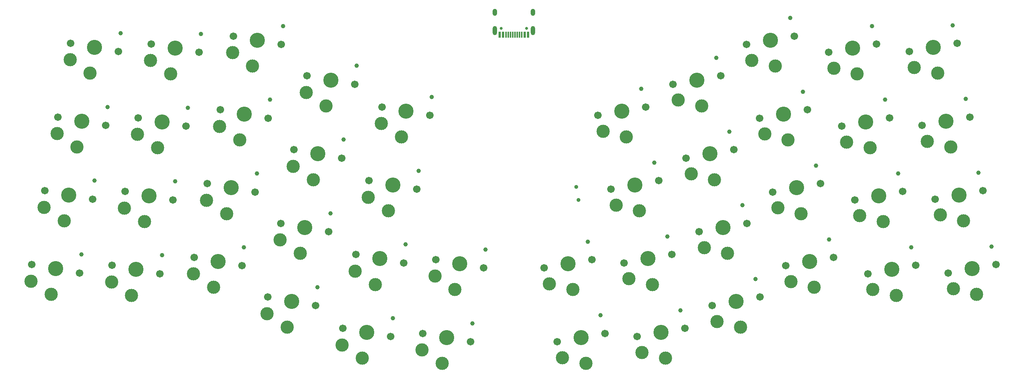
<source format=gbr>
%TF.GenerationSoftware,KiCad,Pcbnew,(5.1.10)-1*%
%TF.CreationDate,2021-10-03T17:33:34-06:00*%
%TF.ProjectId,VColMX44,56436f6c-4d58-4343-942e-6b696361645f,rev?*%
%TF.SameCoordinates,Original*%
%TF.FileFunction,Soldermask,Top*%
%TF.FilePolarity,Negative*%
%FSLAX46Y46*%
G04 Gerber Fmt 4.6, Leading zero omitted, Abs format (unit mm)*
G04 Created by KiCad (PCBNEW (5.1.10)-1) date 2021-10-03 17:33:34*
%MOMM*%
%LPD*%
G01*
G04 APERTURE LIST*
%ADD10C,0.900000*%
%ADD11R,0.600000X1.450000*%
%ADD12R,0.300000X1.450000*%
%ADD13O,1.000000X2.100000*%
%ADD14C,0.650000*%
%ADD15O,1.000000X1.600000*%
%ADD16C,1.701800*%
%ADD17C,3.000000*%
%ADD18C,3.429000*%
%ADD19C,0.990600*%
G04 APERTURE END LIST*
D10*
%TO.C,SW1*%
X164164541Y-102580092D03*
X164685486Y-105534516D03*
%TD*%
D11*
%TO.C,J1*%
X146750000Y-68045000D03*
X147550000Y-68045000D03*
X152450000Y-68045000D03*
X153250000Y-68045000D03*
X153250000Y-68045000D03*
X152450000Y-68045000D03*
X147550000Y-68045000D03*
X146750000Y-68045000D03*
D12*
X151750000Y-68045000D03*
X151250000Y-68045000D03*
X150750000Y-68045000D03*
X149750000Y-68045000D03*
X149250000Y-68045000D03*
X148750000Y-68045000D03*
X148250000Y-68045000D03*
X150250000Y-68045000D03*
D13*
X145680000Y-67130000D03*
X154320000Y-67130000D03*
D14*
X152890000Y-66600000D03*
D15*
X154320000Y-62950000D03*
D14*
X147110000Y-66600000D03*
D15*
X145680000Y-62950000D03*
%TD*%
D16*
%TO.C,U30*%
X192002557Y-112756065D03*
X202835443Y-110845935D03*
D17*
X193146142Y-116362270D03*
D18*
X197419000Y-111801000D03*
D17*
X198452207Y-117660606D03*
D19*
X201830374Y-106758364D03*
%TD*%
D16*
%TO.C,U41*%
X194954557Y-129498065D03*
X205787443Y-127587935D03*
D17*
X196098142Y-133104270D03*
D18*
X200371000Y-128543000D03*
D17*
X201404207Y-134402606D03*
D19*
X204782374Y-123500364D03*
%TD*%
D16*
%TO.C,U19*%
X189050557Y-96014865D03*
X199883443Y-94104735D03*
D17*
X190194142Y-99621070D03*
D18*
X194467000Y-95059800D03*
D17*
X195500207Y-100919406D03*
D19*
X198878374Y-90017164D03*
%TD*%
D16*
%TO.C,U8*%
X186098557Y-79273065D03*
X196931443Y-77362935D03*
D17*
X187242142Y-82879270D03*
D18*
X191515000Y-78318000D03*
D17*
X192548207Y-84177606D03*
D19*
X195926374Y-73275364D03*
%TD*%
D16*
%TO.C,U40*%
X177922557Y-136563065D03*
X188755443Y-134652935D03*
D17*
X179066142Y-140169270D03*
D18*
X183339000Y-135608000D03*
D17*
X184372207Y-141467606D03*
D19*
X187750374Y-130565364D03*
%TD*%
D16*
%TO.C,U29*%
X174970557Y-119821065D03*
X185803443Y-117910935D03*
D17*
X176114142Y-123427270D03*
D18*
X180387000Y-118866000D03*
D17*
X181420207Y-124725606D03*
D19*
X184798374Y-113823364D03*
%TD*%
D16*
%TO.C,U28*%
X156896557Y-120977065D03*
X167729443Y-119066935D03*
D17*
X158040142Y-124583270D03*
D18*
X162313000Y-120022000D03*
D17*
X163346207Y-125881606D03*
D19*
X166724374Y-114979364D03*
%TD*%
D16*
%TO.C,U39*%
X159848557Y-137719065D03*
X170681443Y-135808935D03*
D17*
X160992142Y-141325270D03*
D18*
X165265000Y-136764000D03*
D17*
X166298207Y-142623606D03*
D19*
X169676374Y-131721364D03*
%TD*%
D16*
%TO.C,U2*%
X67788957Y-70126835D03*
X78621843Y-72036965D03*
D17*
X67630181Y-73906688D03*
D18*
X73205400Y-71081900D03*
D17*
X72172193Y-76941506D03*
D19*
X79075419Y-67852151D03*
%TD*%
D16*
%TO.C,U1*%
X49541557Y-69955535D03*
X60374443Y-71865665D03*
D17*
X49382781Y-73735388D03*
D18*
X54958000Y-70910600D03*
D17*
X53924793Y-76770206D03*
D19*
X60828019Y-67680851D03*
%TD*%
D16*
%TO.C,U44*%
X248481557Y-122091065D03*
X259314443Y-120180935D03*
D17*
X249625142Y-125697270D03*
D18*
X253898000Y-121136000D03*
D17*
X254931207Y-126995606D03*
D19*
X258309374Y-116093364D03*
%TD*%
D16*
%TO.C,U43*%
X230234557Y-122262065D03*
X241067443Y-120351935D03*
D17*
X231378142Y-125868270D03*
D18*
X235651000Y-121307000D03*
D17*
X236684207Y-127166606D03*
D19*
X240062374Y-116264364D03*
%TD*%
D16*
%TO.C,U42*%
X211639557Y-120464065D03*
X222472443Y-118553935D03*
D17*
X212783142Y-124070270D03*
D18*
X217056000Y-119509000D03*
D17*
X218089207Y-125368606D03*
D19*
X221467374Y-114466364D03*
%TD*%
D16*
%TO.C,U38*%
X111244557Y-134652935D03*
X122077443Y-136563065D03*
D17*
X111085781Y-138432788D03*
D18*
X116661000Y-135608000D03*
D17*
X115627793Y-141467606D03*
D19*
X122531019Y-132378251D03*
%TD*%
D16*
%TO.C,U37*%
X94212357Y-127587935D03*
X105045243Y-129498065D03*
D17*
X94053581Y-131367788D03*
D18*
X99628800Y-128543000D03*
D17*
X98595593Y-134402606D03*
D19*
X105498819Y-125313251D03*
%TD*%
D16*
%TO.C,U36*%
X77527757Y-118553935D03*
X88360643Y-120464065D03*
D17*
X77368981Y-122333788D03*
D18*
X82944200Y-119509000D03*
D17*
X81910993Y-125368606D03*
D19*
X88814219Y-116279251D03*
%TD*%
D16*
%TO.C,U35*%
X58932957Y-120351935D03*
X69765843Y-122262065D03*
D17*
X58774181Y-124131788D03*
D18*
X64349400Y-121307000D03*
D17*
X63316193Y-127166606D03*
D19*
X70219419Y-118077251D03*
%TD*%
D16*
%TO.C,U34*%
X40685457Y-120180935D03*
X51518343Y-122091065D03*
D17*
X40526681Y-123960788D03*
D18*
X46101900Y-121136000D03*
D17*
X45068693Y-126995606D03*
D19*
X51971919Y-117906251D03*
%TD*%
D16*
%TO.C,U33*%
X245529557Y-105349065D03*
X256362443Y-103438935D03*
D17*
X246673142Y-108955270D03*
D18*
X250946000Y-104394000D03*
D17*
X251979207Y-110253606D03*
D19*
X255357374Y-99351364D03*
%TD*%
D16*
%TO.C,U32*%
X227282557Y-105520065D03*
X238115443Y-103609935D03*
D17*
X228426142Y-109126270D03*
D18*
X232699000Y-104565000D03*
D17*
X233732207Y-110424606D03*
D19*
X237110374Y-99522364D03*
%TD*%
D16*
%TO.C,U31*%
X208687557Y-103722065D03*
X219520443Y-101811935D03*
D17*
X209831142Y-107328270D03*
D18*
X214104000Y-102767000D03*
D17*
X215137207Y-108626606D03*
D19*
X218515374Y-97724364D03*
%TD*%
D16*
%TO.C,U27*%
X114196557Y-117910935D03*
X125029443Y-119821065D03*
D17*
X114037781Y-121690788D03*
D18*
X119613000Y-118866000D03*
D17*
X118579793Y-124725606D03*
D19*
X125483019Y-115636251D03*
%TD*%
D16*
%TO.C,U26*%
X97164557Y-110845935D03*
X107997443Y-112756065D03*
D17*
X97005781Y-114625788D03*
D18*
X102581000Y-111801000D03*
D17*
X101547793Y-117660606D03*
D19*
X108451019Y-108571251D03*
%TD*%
D16*
%TO.C,U25*%
X80479757Y-101811935D03*
X91312643Y-103722065D03*
D17*
X80320981Y-105591788D03*
D18*
X85896200Y-102767000D03*
D17*
X84862993Y-108626606D03*
D19*
X91766219Y-99537251D03*
%TD*%
D16*
%TO.C,U24*%
X61884957Y-103609935D03*
X72717843Y-105520065D03*
D17*
X61726181Y-107389788D03*
D18*
X67301400Y-104565000D03*
D17*
X66268193Y-110424606D03*
D19*
X73171419Y-101335251D03*
%TD*%
D16*
%TO.C,U23*%
X43637457Y-103438935D03*
X54470343Y-105349065D03*
D17*
X43478681Y-107218788D03*
D18*
X49053900Y-104394000D03*
D17*
X48020693Y-110253606D03*
D19*
X54923919Y-101164251D03*
%TD*%
D16*
%TO.C,U22*%
X242577557Y-88607465D03*
X253410443Y-86697335D03*
D17*
X243721142Y-92213670D03*
D18*
X247994000Y-87652400D03*
D17*
X249027207Y-93512006D03*
D19*
X252405374Y-82609764D03*
%TD*%
D16*
%TO.C,U21*%
X224330557Y-88778665D03*
X235163443Y-86868535D03*
D17*
X225474142Y-92384870D03*
D18*
X229747000Y-87823600D03*
D17*
X230780207Y-93683206D03*
D19*
X234158374Y-82780964D03*
%TD*%
D16*
%TO.C,U20*%
X205735557Y-86980365D03*
X216568443Y-85070235D03*
D17*
X206879142Y-90586570D03*
D18*
X211152000Y-86025300D03*
D17*
X212185207Y-91884906D03*
D19*
X215563374Y-80982664D03*
%TD*%
D16*
%TO.C,U18*%
X172018557Y-103080065D03*
X182851443Y-101169935D03*
D17*
X173162142Y-106686270D03*
D18*
X177435000Y-102125000D03*
D17*
X178468207Y-107984606D03*
D19*
X181846374Y-97082364D03*
%TD*%
D16*
%TO.C,U17*%
X129318557Y-135808935D03*
X140151443Y-137719065D03*
D17*
X129159781Y-139588788D03*
D18*
X134735000Y-136764000D03*
D17*
X133701793Y-142623606D03*
D19*
X140605019Y-133534251D03*
%TD*%
D16*
%TO.C,U16*%
X117148557Y-101169935D03*
X127981443Y-103080065D03*
D17*
X116989781Y-104949788D03*
D18*
X122565000Y-102125000D03*
D17*
X121531793Y-107984606D03*
D19*
X128435019Y-98895251D03*
%TD*%
D16*
%TO.C,U15*%
X100116557Y-94104735D03*
X110949443Y-96014865D03*
D17*
X99957781Y-97884588D03*
D18*
X105533000Y-95059800D03*
D17*
X104499793Y-100919406D03*
D19*
X111403019Y-91830051D03*
%TD*%
D16*
%TO.C,U14*%
X83431757Y-85070235D03*
X94264643Y-86980365D03*
D17*
X83272981Y-88850088D03*
D18*
X88848200Y-86025300D03*
D17*
X87814993Y-91884906D03*
D19*
X94718219Y-82795551D03*
%TD*%
D16*
%TO.C,U13*%
X64836957Y-86868535D03*
X75669843Y-88778665D03*
D17*
X64678181Y-90648388D03*
D18*
X70253400Y-87823600D03*
D17*
X69220193Y-93683206D03*
D19*
X76123419Y-84593851D03*
%TD*%
D16*
%TO.C,U12*%
X46589457Y-86697335D03*
X57422343Y-88607465D03*
D17*
X46430681Y-90477188D03*
D18*
X52005900Y-87652400D03*
D17*
X50972693Y-93512006D03*
D19*
X57875919Y-84422651D03*
%TD*%
D16*
%TO.C,U11*%
X239625557Y-71865665D03*
X250458443Y-69955535D03*
D17*
X240769142Y-75471870D03*
D18*
X245042000Y-70910600D03*
D17*
X246075207Y-76770206D03*
D19*
X249453374Y-65867964D03*
%TD*%
D16*
%TO.C,U10*%
X221378557Y-72036965D03*
X232211443Y-70126835D03*
D17*
X222522142Y-75643170D03*
D18*
X226795000Y-71081900D03*
D17*
X227828207Y-76941506D03*
D19*
X231206374Y-66039264D03*
%TD*%
D16*
%TO.C,U9*%
X202783557Y-70238565D03*
X213616443Y-68328435D03*
D17*
X203927142Y-73844770D03*
D18*
X208200000Y-69283500D03*
D17*
X209233207Y-75143106D03*
D19*
X212611374Y-64240864D03*
%TD*%
D16*
%TO.C,U7*%
X169066557Y-86337965D03*
X179899443Y-84427835D03*
D17*
X170210142Y-89944170D03*
D18*
X174483000Y-85382900D03*
D17*
X175516207Y-91242506D03*
D19*
X178894374Y-80340264D03*
%TD*%
D16*
%TO.C,U6*%
X132270557Y-119066935D03*
X143103443Y-120977065D03*
D17*
X132111781Y-122846788D03*
D18*
X137687000Y-120022000D03*
D17*
X136653793Y-125881606D03*
D19*
X143557019Y-116792251D03*
%TD*%
D16*
%TO.C,U5*%
X120100557Y-84427835D03*
X130933443Y-86337965D03*
D17*
X119941781Y-88207688D03*
D18*
X125517000Y-85382900D03*
D17*
X124483793Y-91242506D03*
D19*
X131387019Y-82153151D03*
%TD*%
D16*
%TO.C,U4*%
X103068557Y-77362935D03*
X113901443Y-79273065D03*
D17*
X102909781Y-81142788D03*
D18*
X108485000Y-78318000D03*
D17*
X107451793Y-84177606D03*
D19*
X114355019Y-75088251D03*
%TD*%
D16*
%TO.C,U3*%
X86383757Y-68328435D03*
X97216643Y-70238565D03*
D17*
X86224981Y-72108288D03*
D18*
X91800200Y-69283500D03*
D17*
X90766993Y-75143106D03*
D19*
X97670219Y-66053751D03*
%TD*%
M02*

</source>
